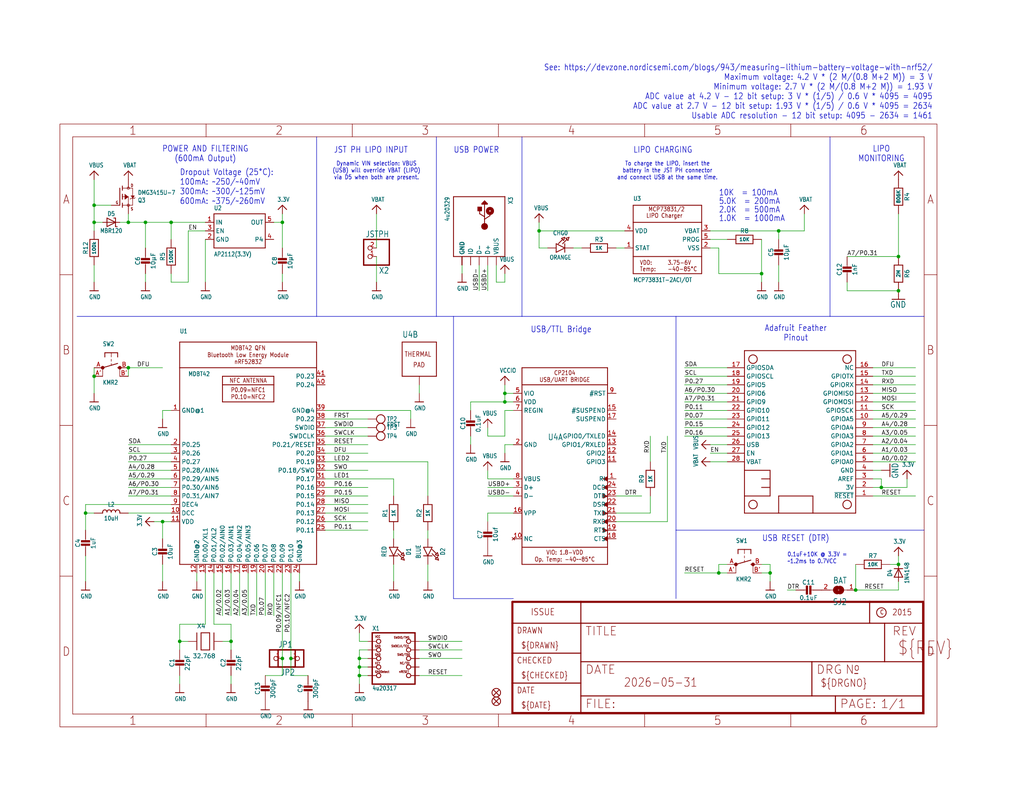
<source format=kicad_sch>
(kicad_sch (version 20231120) (generator "eeschema") (generator_version "8.0")
  (paper "User" 303.962 235.179)
  (junction (at 38.1 109.22))
  (junction (at 266.7 167.64))
  (junction (at 25.4 152.4))
  (junction (at 261.62 144.78))
  (junction (at 231.14 68.58))
  (junction (at 226.06 81.28))
  (junction (at 50.8 66.04))
  (junction (at 228.6 170.18))
  (junction (at 149.86 116.84))
  (junction (at 160.02 68.58))
  (junction (at 213.36 170.18))
  (junction (at 149.86 119.38))
  (junction (at 68.58 190.5))
  (junction (at 106.68 198.12))
  (junction (at 43.18 66.04))
  (junction (at 53.34 190.5))
  (junction (at 38.1 66.04))
  (junction (at 266.7 86.36))
  (junction (at 266.7 76.2))
  (junction (at 27.94 60.96))
  (junction (at 48.26 154.94))
  (junction (at 86.36 195.58))
  (junction (at 83.82 195.58))
  (junction (at 254 175.26))
  (junction (at 106.68 195.58))
  (junction (at 106.68 200.66))
  (junction (at 27.94 111.76))
  (junction (at 83.82 66.04))
  (junction (at 27.94 66.04))
  (wire (pts (xy 86.36 170.18) (xy 86.36 195.58)) (stroke (width 0.1524)))
  (polyline (pts (xy 200.66 93.98) (xy 246.38 93.98)) (stroke (width 0.1524) (type solid)))
  (wire (pts (xy 182.88 73.66) (xy 185.42 73.66)) (stroke (width 0.1524)))
  (wire (pts (xy 213.36 167.64) (xy 213.36 170.18)) (stroke (width 0.1524)))
  (wire (pts (xy 271.78 124.46) (xy 259.08 124.46)) (stroke (width 0.1524)))
  (wire (pts (xy 203.2 121.92) (xy 215.9 121.92)) (stroke (width 0.1524)))
  (wire (pts (xy 96.52 147.32) (xy 109.22 147.32)) (stroke (width 0.1524)))
  (wire (pts (xy 83.82 73.66) (xy 83.82 66.04)) (stroke (width 0.1524)))
  (wire (pts (xy 50.8 147.32) (xy 38.1 147.32)) (stroke (width 0.1524)))
  (wire (pts (xy 50.8 144.78) (xy 38.1 144.78)) (stroke (width 0.1524)))
  (wire (pts (xy 144.78 144.78) (xy 152.4 144.78)) (stroke (width 0.1524)))
  (wire (pts (xy 238.76 63.5) (xy 238.76 68.58)) (stroke (width 0.1524)))
  (wire (pts (xy 170.18 73.66) (xy 172.72 73.66)) (stroke (width 0.1524)))
  (wire (pts (xy 271.78 127) (xy 259.08 127)) (stroke (width 0.1524)))
  (wire (pts (xy 152.4 116.84) (xy 149.86 116.84)) (stroke (width 0.1524)))
  (wire (pts (xy 259.08 114.3) (xy 271.78 114.3)) (stroke (width 0.1524)))
  (wire (pts (xy 213.36 170.18) (xy 215.9 170.18)) (stroke (width 0.1524)))
  (wire (pts (xy 231.14 71.12) (xy 231.14 68.58)) (stroke (width 0.1524)))
  (wire (pts (xy 76.2 182.88) (xy 76.2 170.18)) (stroke (width 0.1524)))
  (wire (pts (xy 182.88 154.94) (xy 198.12 154.94)) (stroke (width 0.1524)))
  (wire (pts (xy 66.04 170.18) (xy 66.04 182.88)) (stroke (width 0.1524)))
  (wire (pts (xy 81.28 182.88) (xy 81.28 170.18)) (stroke (width 0.1524)))
  (wire (pts (xy 149.86 116.84) (xy 149.86 119.38)) (stroke (width 0.1524)))
  (wire (pts (xy 226.06 170.18) (xy 228.6 170.18)) (stroke (width 0.1524)))
  (wire (pts (xy 160.02 66.04) (xy 160.02 68.58)) (stroke (width 0.1524)))
  (wire (pts (xy 50.8 71.12) (xy 50.8 66.04)) (stroke (width 0.1524)))
  (wire (pts (xy 251.46 76.2) (xy 266.7 76.2)) (stroke (width 0.1524)))
  (wire (pts (xy 25.4 152.4) (xy 25.4 157.48)) (stroke (width 0.1524)))
  (wire (pts (xy 50.8 83.82) (xy 50.8 81.28)) (stroke (width 0.1524)))
  (wire (pts (xy 68.58 190.5) (xy 68.58 193.04)) (stroke (width 0.1524)))
  (wire (pts (xy 66.04 190.5) (xy 68.58 190.5)) (stroke (width 0.1524)))
  (wire (pts (xy 203.2 127) (xy 215.9 127)) (stroke (width 0.1524)))
  (wire (pts (xy 228.6 170.18) (xy 228.6 172.72)) (stroke (width 0.1524)))
  (wire (pts (xy 254 175.26) (xy 266.7 175.26)) (stroke (width 0.1524)))
  (wire (pts (xy 139.7 129.54) (xy 139.7 132.08)) (stroke (width 0.1524)))
  (wire (pts (xy 83.82 200.66) (xy 83.82 195.58)) (stroke (width 0.1524)))
  (wire (pts (xy 266.7 175.26) (xy 266.7 172.72)) (stroke (width 0.1524)))
  (wire (pts (xy 259.08 129.54) (xy 271.78 129.54)) (stroke (width 0.1524)))
  (wire (pts (xy 259.08 137.16) (xy 271.78 137.16)) (stroke (width 0.1524)))
  (wire (pts (xy 106.68 190.5) (xy 106.68 187.96)) (stroke (width 0.1524)))
  (wire (pts (xy 215.9 137.16) (xy 210.82 137.16)) (stroke (width 0.1524)))
  (wire (pts (xy 259.08 121.92) (xy 271.78 121.92)) (stroke (width 0.1524)))
  (wire (pts (xy 111.76 83.82) (xy 111.76 76.2)) (stroke (width 0.1524)))
  (wire (pts (xy 50.8 137.16) (xy 38.1 137.16)) (stroke (width 0.1524)))
  (wire (pts (xy 96.52 137.16) (xy 127 137.16)) (stroke (width 0.1524)))
  (wire (pts (xy 231.14 68.58) (xy 238.76 68.58)) (stroke (width 0.1524)))
  (wire (pts (xy 203.2 129.54) (xy 215.9 129.54)) (stroke (width 0.1524)))
  (wire (pts (xy 38.1 66.04) (xy 43.18 66.04)) (stroke (width 0.1524)))
  (polyline (pts (xy 154.94 93.98) (xy 200.66 93.98)) (stroke (width 0.1524) (type solid)))
  (wire (pts (xy 43.18 73.66) (xy 43.18 66.04)) (stroke (width 0.1524)))
  (wire (pts (xy 86.36 200.66) (xy 91.44 200.66)) (stroke (width 0.1524)))
  (wire (pts (xy 215.9 132.08) (xy 210.82 132.08)) (stroke (width 0.1524)))
  (wire (pts (xy 109.22 193.04) (xy 106.68 193.04)) (stroke (width 0.1524)))
  (wire (pts (xy 210.82 71.12) (xy 215.9 71.12)) (stroke (width 0.1524)))
  (wire (pts (xy 96.52 142.24) (xy 116.84 142.24)) (stroke (width 0.1524)))
  (wire (pts (xy 60.96 71.12) (xy 60.96 83.82)) (stroke (width 0.1524)))
  (wire (pts (xy 109.22 200.66) (xy 106.68 200.66)) (stroke (width 0.1524)))
  (wire (pts (xy 266.7 86.36) (xy 251.46 86.36)) (stroke (width 0.1524)))
  (wire (pts (xy 60.96 66.04) (xy 50.8 66.04)) (stroke (width 0.1524)))
  (wire (pts (xy 215.9 109.22) (xy 203.2 109.22)) (stroke (width 0.1524)))
  (wire (pts (xy 78.74 170.18) (xy 78.74 182.88)) (stroke (width 0.1524)))
  (wire (pts (xy 144.78 127) (xy 144.78 129.54)) (stroke (width 0.1524)))
  (wire (pts (xy 259.08 142.24) (xy 261.62 142.24)) (stroke (width 0.1524)))
  (polyline (pts (xy 134.62 177.8) (xy 134.62 93.98)) (stroke (width 0.1524) (type solid)))
  (wire (pts (xy 96.52 144.78) (xy 109.22 144.78)) (stroke (width 0.1524)))
  (wire (pts (xy 71.12 170.18) (xy 71.12 182.88)) (stroke (width 0.1524)))
  (wire (pts (xy 266.7 63.5) (xy 266.7 76.2)) (stroke (width 0.1524)))
  (wire (pts (xy 96.52 134.62) (xy 109.22 134.62)) (stroke (width 0.1524)))
  (wire (pts (xy 215.9 114.3) (xy 203.2 114.3)) (stroke (width 0.1524)))
  (wire (pts (xy 147.32 78.74) (xy 147.32 83.82)) (stroke (width 0.1524)))
  (wire (pts (xy 127 137.16) (xy 127 147.32)) (stroke (width 0.1524)))
  (wire (pts (xy 193.04 137.16) (xy 193.04 129.54)) (stroke (width 0.1524)))
  (wire (pts (xy 48.26 121.92) (xy 48.26 124.46)) (stroke (width 0.1524)))
  (wire (pts (xy 50.8 149.86) (xy 25.4 149.86)) (stroke (width 0.1524)))
  (wire (pts (xy 58.42 170.18) (xy 58.42 172.72)) (stroke (width 0.1524)))
  (wire (pts (xy 137.16 200.66) (xy 124.46 200.66)) (stroke (width 0.1524)))
  (wire (pts (xy 27.94 68.58) (xy 27.94 66.04)) (stroke (width 0.1524)))
  (wire (pts (xy 86.36 195.58) (xy 86.36 200.66)) (stroke (width 0.1524)))
  (wire (pts (xy 38.1 109.22) (xy 48.26 109.22)) (stroke (width 0.1524)))
  (wire (pts (xy 35.56 66.04) (xy 38.1 66.04)) (stroke (width 0.1524)))
  (wire (pts (xy 106.68 200.66) (xy 106.68 203.2)) (stroke (width 0.1524)))
  (wire (pts (xy 55.88 83.82) (xy 50.8 83.82)) (stroke (width 0.1524)))
  (wire (pts (xy 213.36 73.66) (xy 213.36 81.28)) (stroke (width 0.1524)))
  (wire (pts (xy 254 167.64) (xy 254 175.26)) (stroke (width 0.1524)))
  (wire (pts (xy 259.08 132.08) (xy 271.78 132.08)) (stroke (width 0.1524)))
  (wire (pts (xy 96.52 157.48) (xy 109.22 157.48)) (stroke (width 0.1524)))
  (wire (pts (xy 144.78 142.24) (xy 144.78 139.7)) (stroke (width 0.1524)))
  (wire (pts (xy 106.68 195.58) (xy 106.68 198.12)) (stroke (width 0.1524)))
  (wire (pts (xy 48.26 167.64) (xy 48.26 172.72)) (stroke (width 0.1524)))
  (wire (pts (xy 55.88 68.58) (xy 55.88 83.82)) (stroke (width 0.1524)))
  (wire (pts (xy 96.52 149.86) (xy 109.22 149.86)) (stroke (width 0.1524)))
  (wire (pts (xy 27.94 111.76) (xy 27.94 116.84)) (stroke (width 0.1524)))
  (polyline (pts (xy 134.62 93.98) (xy 154.94 93.98)) (stroke (width 0.1524) (type solid)))
  (wire (pts (xy 144.78 129.54) (xy 149.86 129.54)) (stroke (width 0.1524)))
  (wire (pts (xy 27.94 83.82) (xy 27.94 78.74)) (stroke (width 0.1524)))
  (wire (pts (xy 50.8 139.7) (xy 38.1 139.7)) (stroke (width 0.1524)))
  (wire (pts (xy 96.52 124.46) (xy 109.22 124.46)) (stroke (width 0.1524)))
  (wire (pts (xy 48.26 154.94) (xy 48.26 160.02)) (stroke (width 0.1524)))
  (wire (pts (xy 259.08 144.78) (xy 261.62 144.78)) (stroke (width 0.1524)))
  (wire (pts (xy 144.78 152.4) (xy 144.78 154.94)) (stroke (width 0.1524)))
  (wire (pts (xy 50.8 121.92) (xy 48.26 121.92)) (stroke (width 0.1524)))
  (wire (pts (xy 96.52 121.92) (xy 121.92 121.92)) (stroke (width 0.1524)))
  (wire (pts (xy 68.58 170.18) (xy 68.58 182.88)) (stroke (width 0.1524)))
  (wire (pts (xy 27.94 109.22) (xy 27.94 111.76)) (stroke (width 0.1524)))
  (wire (pts (xy 68.58 185.42) (xy 68.58 190.5)) (stroke (width 0.1524)))
  (wire (pts (xy 25.4 165.1) (xy 25.4 172.72)) (stroke (width 0.1524)))
  (wire (pts (xy 121.92 121.92) (xy 121.92 124.46)) (stroke (width 0.1524)))
  (wire (pts (xy 142.24 86.36) (xy 142.24 78.74)) (stroke (width 0.1524)))
  (wire (pts (xy 53.34 190.5) (xy 53.34 193.04)) (stroke (width 0.1524)))
  (wire (pts (xy 266.7 167.64) (xy 266.7 165.1)) (stroke (width 0.1524)))
  (wire (pts (xy 127 157.48) (xy 127 160.02)) (stroke (width 0.1524)))
  (wire (pts (xy 139.7 119.38) (xy 149.86 119.38)) (stroke (width 0.1524)))
  (polyline (pts (xy 93.98 93.98) (xy 129.54 93.98)) (stroke (width 0.1524) (type solid)))
  (wire (pts (xy 30.48 66.04) (xy 27.94 66.04)) (stroke (width 0.1524)))
  (wire (pts (xy 149.86 83.82) (xy 149.86 81.28)) (stroke (width 0.1524)))
  (polyline (pts (xy 200.66 157.48) (xy 274.32 157.48)) (stroke (width 0.1524) (type solid)))
  (polyline (pts (xy 200.66 177.8) (xy 200.66 157.48)) (stroke (width 0.1524) (type solid)))
  (wire (pts (xy 25.4 149.86) (xy 25.4 152.4)) (stroke (width 0.1524)))
  (wire (pts (xy 259.08 134.62) (xy 271.78 134.62)) (stroke (width 0.1524)))
  (wire (pts (xy 210.82 73.66) (xy 213.36 73.66)) (stroke (width 0.1524)))
  (polyline (pts (xy 246.38 93.98) (xy 246.38 40.64)) (stroke (width 0.1524) (type solid)))
  (wire (pts (xy 38.1 63.5) (xy 38.1 66.04)) (stroke (width 0.1524)))
  (wire (pts (xy 50.8 152.4) (xy 38.1 152.4)) (stroke (width 0.1524)))
  (wire (pts (xy 144.78 86.36) (xy 144.78 78.74)) (stroke (width 0.1524)))
  (wire (pts (xy 149.86 132.08) (xy 149.86 134.62)) (stroke (width 0.1524)))
  (wire (pts (xy 43.18 81.28) (xy 43.18 83.82)) (stroke (width 0.1524)))
  (wire (pts (xy 60.96 170.18) (xy 60.96 185.42)) (stroke (width 0.1524)))
  (wire (pts (xy 48.26 154.94) (xy 45.72 154.94)) (stroke (width 0.1524)))
  (wire (pts (xy 55.88 190.5) (xy 53.34 190.5)) (stroke (width 0.1524)))
  (wire (pts (xy 182.88 147.32) (xy 190.5 147.32)) (stroke (width 0.1524)))
  (polyline (pts (xy 93.98 93.98) (xy 93.98 40.64)) (stroke (width 0.1524) (type solid)))
  (wire (pts (xy 53.34 200.66) (xy 53.34 203.2)) (stroke (width 0.1524)))
  (wire (pts (xy 106.68 193.04) (xy 106.68 195.58)) (stroke (width 0.1524)))
  (wire (pts (xy 83.82 170.18) (xy 83.82 195.58)) (stroke (width 0.1524)))
  (wire (pts (xy 96.52 154.94) (xy 109.22 154.94)) (stroke (width 0.1524)))
  (wire (pts (xy 152.4 152.4) (xy 144.78 152.4)) (stroke (width 0.1524)))
  (wire (pts (xy 83.82 66.04) (xy 83.82 63.5)) (stroke (width 0.1524)))
  (wire (pts (xy 27.94 60.96) (xy 27.94 53.34)) (stroke (width 0.1524)))
  (wire (pts (xy 233.68 175.26) (xy 236.22 175.26)) (stroke (width 0.1524)))
  (wire (pts (xy 124.46 193.04) (xy 137.16 193.04)) (stroke (width 0.1524)))
  (wire (pts (xy 203.2 124.46) (xy 215.9 124.46)) (stroke (width 0.1524)))
  (wire (pts (xy 226.06 167.64) (xy 228.6 167.64)) (stroke (width 0.1524)))
  (wire (pts (xy 96.52 129.54) (xy 109.22 129.54)) (stroke (width 0.1524)))
  (wire (pts (xy 162.56 73.66) (xy 160.02 73.66)) (stroke (width 0.1524)))
  (wire (pts (xy 68.58 200.66) (xy 68.58 203.2)) (stroke (width 0.1524)))
  (wire (pts (xy 116.84 167.64) (xy 116.84 172.72)) (stroke (width 0.1524)))
  (wire (pts (xy 127 167.64) (xy 127 172.72)) (stroke (width 0.1524)))
  (wire (pts (xy 203.2 170.18) (xy 213.36 170.18)) (stroke (width 0.1524)))
  (wire (pts (xy 228.6 167.64) (xy 228.6 170.18)) (stroke (width 0.1524)))
  (wire (pts (xy 144.78 147.32) (xy 152.4 147.32)) (stroke (width 0.1524)))
  (wire (pts (xy 78.74 200.66) (xy 83.82 200.66)) (stroke (width 0.1524)))
  (wire (pts (xy 81.28 66.04) (xy 83.82 66.04)) (stroke (width 0.1524)))
  (wire (pts (xy 50.8 154.94) (xy 48.26 154.94)) (stroke (width 0.1524)))
  (wire (pts (xy 63.5 185.42) (xy 68.58 185.42)) (stroke (width 0.1524)))
  (wire (pts (xy 152.4 119.38) (xy 149.86 119.38)) (stroke (width 0.1524)))
  (wire (pts (xy 27.94 152.4) (xy 25.4 152.4)) (stroke (width 0.1524)))
  (wire (pts (xy 259.08 116.84) (xy 271.78 116.84)) (stroke (width 0.1524)))
  (wire (pts (xy 251.46 86.36) (xy 251.46 83.82)) (stroke (width 0.1524)))
  (wire (pts (xy 226.06 71.12) (xy 226.06 81.28)) (stroke (width 0.1524)))
  (wire (pts (xy 53.34 185.42) (xy 53.34 190.5)) (stroke (width 0.1524)))
  (polyline (pts (xy 154.94 93.98) (xy 154.94 40.64)) (stroke (width 0.1524) (type solid)))
  (polyline (pts (xy 129.54 93.98) (xy 129.54 40.64)) (stroke (width 0.1524) (type solid)))
  (polyline (pts (xy 134.62 177.8) (xy 152.4 177.8)) (stroke (width 0.1524) (type solid)))
  (wire (pts (xy 147.32 83.82) (xy 149.86 83.82)) (stroke (width 0.1524)))
  (wire (pts (xy 231.14 68.58) (xy 210.82 68.58)) (stroke (width 0.1524)))
  (wire (pts (xy 139.7 119.38) (xy 139.7 121.92)) (stroke (width 0.1524)))
  (wire (pts (xy 231.14 78.74) (xy 231.14 83.82)) (stroke (width 0.1524)))
  (wire (pts (xy 96.52 139.7) (xy 109.22 139.7)) (stroke (width 0.1524)))
  (wire (pts (xy 96.52 127) (xy 109.22 127)) (stroke (width 0.1524)))
  (wire (pts (xy 109.22 195.58) (xy 106.68 195.58)) (stroke (width 0.1524)))
  (wire (pts (xy 149.86 129.54) (xy 149.86 121.92)) (stroke (width 0.1524)))
  (wire (pts (xy 60.96 68.58) (xy 55.88 68.58)) (stroke (width 0.1524)))
  (wire (pts (xy 124.46 114.3) (xy 124.46 116.84)) (stroke (width 0.1524)))
  (wire (pts (xy 215.9 116.84) (xy 203.2 116.84)) (stroke (width 0.1524)))
  (wire (pts (xy 215.9 119.38) (xy 203.2 119.38)) (stroke (width 0.1524)))
  (wire (pts (xy 261.62 142.24) (xy 261.62 144.78)) (stroke (width 0.1524)))
  (wire (pts (xy 269.24 144.78) (xy 269.24 142.24)) (stroke (width 0.1524)))
  (wire (pts (xy 264.16 167.64) (xy 266.7 167.64)) (stroke (width 0.1524)))
  (wire (pts (xy 116.84 157.48) (xy 116.84 160.02)) (stroke (width 0.1524)))
  (wire (pts (xy 96.52 152.4) (xy 109.22 152.4)) (stroke (width 0.1524)))
  (wire (pts (xy 43.18 66.04) (xy 50.8 66.04)) (stroke (width 0.1524)))
  (wire (pts (xy 226.06 81.28) (xy 226.06 83.82)) (stroke (width 0.1524)))
  (wire (pts (xy 259.08 119.38) (xy 271.78 119.38)) (stroke (width 0.1524)))
  (wire (pts (xy 109.22 198.12) (xy 106.68 198.12)) (stroke (width 0.1524)))
  (wire (pts (xy 83.82 81.28) (xy 83.82 83.82)) (stroke (width 0.1524)))
  (wire (pts (xy 160.02 68.58) (xy 185.42 68.58)) (stroke (width 0.1524)))
  (wire (pts (xy 198.12 129.54) (xy 198.12 154.94)) (stroke (width 0.1524)))
  (wire (pts (xy 160.02 73.66) (xy 160.02 68.58)) (stroke (width 0.1524)))
  (wire (pts (xy 73.66 170.18) (xy 73.66 182.88)) (stroke (width 0.1524)))
  (polyline (pts (xy 246.38 93.98) (xy 274.32 93.98)) (stroke (width 0.1524) (type solid)))
  (polyline (pts (xy 129.54 93.98) (xy 134.62 93.98)) (stroke (width 0.1524) (type solid)))
  (wire (pts (xy 60.96 185.42) (xy 53.34 185.42)) (stroke (width 0.1524)))
  (wire (pts (xy 96.52 132.08) (xy 109.22 132.08)) (stroke (width 0.1524)))
  (wire (pts (xy 50.8 134.62) (xy 38.1 134.62)) (stroke (width 0.1524)))
  (wire (pts (xy 193.04 152.4) (xy 193.04 147.32)) (stroke (width 0.1524)))
  (wire (pts (xy 109.22 190.5) (xy 106.68 190.5)) (stroke (width 0.1524)))
  (wire (pts (xy 137.16 78.74) (xy 137.16 81.28)) (stroke (width 0.1524)))
  (polyline (pts (xy 200.66 157.48) (xy 200.66 93.98)) (stroke (width 0.1524) (type solid)))
  (wire (pts (xy 38.1 109.22) (xy 38.1 111.76)) (stroke (width 0.1524)))
  (wire (pts (xy 182.88 152.4) (xy 193.04 152.4)) (stroke (width 0.1524)))
  (wire (pts (xy 261.62 139.7) (xy 259.08 139.7)) (stroke (width 0.1524)))
  (wire (pts (xy 215.9 134.62) (xy 210.82 134.62)) (stroke (width 0.1524)))
  (wire (pts (xy 124.46 190.5) (xy 137.16 190.5)) (stroke (width 0.1524)))
  (wire (pts (xy 259.08 109.22) (xy 271.78 109.22)) (stroke (width 0.1524)))
  (wire (pts (xy 33.02 60.96) (xy 27.94 60.96)) (stroke (width 0.1524)))
  (polyline (pts (xy 22.86 93.98) (xy 93.98 93.98)) (stroke (width 0.1524) (type solid)))
  (wire (pts (xy 111.76 63.5) (xy 111.76 73.66)) (stroke (width 0.1524)))
  (wire (pts (xy 50.8 132.08) (xy 38.1 132.08)) (stroke (width 0.1524)))
  (wire (pts (xy 50.8 142.24) (xy 38.1 142.24)) (stroke (width 0.1524)))
  (wire (pts (xy 149.86 121.92) (xy 152.4 121.92)) (stroke (width 0.1524)))
  (wire (pts (xy 124.46 195.58) (xy 137.16 195.58)) (stroke (width 0.1524)))
  (wire (pts (xy 116.84 142.24) (xy 116.84 147.32)) (stroke (width 0.1524)))
  (wire (pts (xy 144.78 142.24) (xy 152.4 142.24)) (stroke (width 0.1524)))
  (wire (pts (xy 259.08 111.76) (xy 271.78 111.76)) (stroke (width 0.1524)))
  (wire (pts (xy 215.9 111.76) (xy 203.2 111.76)) (stroke (width 0.1524)))
  (wire (pts (xy 213.36 81.28) (xy 226.06 81.28)) (stroke (width 0.1524)))
  (wire (pts (xy 88.9 170.18) (xy 88.9 172.72)) (stroke (width 0.1524)))
  (wire (pts (xy 259.08 147.32) (xy 271.78 147.32)) (stroke (width 0.1524)))
  (wire (pts (xy 27.94 66.04) (xy 27.94 60.96)) (stroke (width 0.1524)))
  (wire (pts (xy 261.62 144.78) (xy 269.24 144.78)) (stroke (width 0.1524)))
  (wire (pts (xy 152.4 132.08) (xy 149.86 132.08)) (stroke (width 0.1524)))
  (wire (pts (xy 106.68 198.12) (xy 106.68 200.66)) (stroke (width 0.1524)))
  (wire (pts (xy 149.86 114.3) (xy 149.86 116.84)) (stroke (width 0.1524)))
  (wire (pts (xy 215.9 167.64) (xy 213.36 167.64)) (stroke (width 0.1524)))
  (wire (pts (xy 63.5 170.18) (xy 63.5 185.42)) (stroke (width 0.1524)))
  (text "USB/TTL Bridge" (at 157.48 99.06 0) (effects (font (size 1.778 1.5113)) (justify left bottom)))
  (text "LIPO CHARGING" (at 187.96 45.72 0) (effects (font (size 1.778 1.5113)) (justify left bottom)))
  (text "POWER AND FILTERING\n(600mA Output)" (at 60.96 48.26 0) (effects (font (size 1.778 1.5113)) (justify bottom)))
  (text "To charge the LIPO, insert the\nbattery in the JST PH connector\nand connect USB at the same time." (at 198.12 50.8 0) (effects (font (size 1.27 1.0795))))
  (text "2.0K  = 500mA" (at 213.36 63.5 0) (effects (font (size 1.778 1.5113)) (justify left bottom)))
  (text "Dynamic VIN selection: VBUS\n(USB) will override VBAT (LIPO)\nvia D5 when both are present." (at 111.76 50.8 0) (effects (font (size 1.27 1.0795))))
  (text "10K  = 100mA" (at 213.36 58.42 0) (effects (font (size 1.778 1.5113)) (justify left bottom)))
  (text "See: https://devzone.nordicsemi.com/blogs/943/measuring-lithium-battery-voltage-with-nrf52/\nMaximum voltage: 4.2 V * (2 M/(0.8 M+2 M)) = 3 V\nMinimum voltage: 2.7 V * (2 M/(0.8 M+2 M)) = 1.93 V\nADC value at 4.2 V - 12 bit setup: 3 V * (1/5) / 0.6 V * 4095 = 4095\nADC value at 2.7 V - 12 bit setup: 1.93 V * (1/5) / 0.6 V * 4095 = 2634\nUsable ADC resolution - 12 bit setup: 4095 - 2634 = 1461" (at 276.86 35.56 0) (effects (font (size 1.778 1.5113)) (justify right bottom)))
  (text "Adafruit Feather\nPinout" (at 236.22 99.06 0) (effects (font (size 1.778 1.5113))))
  (text "5.0K  = 200mA" (at 213.36 60.96 0) (effects (font (size 1.778 1.5113)) (justify left bottom)))
  (text "USB RESET (DTR)" (at 236.22 160.02 0) (effects (font (size 1.778 1.5113))))
  (text "0.1uF+10K @ 3.3V =\n~1.2ms to 0.7VCC" (at 233.68 167.64 0) (effects (font (size 1.27 1.0795)) (justify left bottom)))
  (text "1.0K  = 1000mA" (at 213.36 66.04 0) (effects (font (size 1.778 1.5113)) (justify left bottom)))
  (text "Dropout Voltage (25°C):\n100mA: ~250/~40mV\n300mA: ~300/~125mV\n600mA: ~375/~260mV" (at 53.34 60.96 0) (effects (font (size 1.778 1.5113)) (justify left bottom)))
  (text "JST PH LIPO INPUT" (at 99.06 45.72 0) (effects (font (size 1.778 1.5113)) (justify left bottom)))
  (text "LIPO\nMONITORING" (at 261.62 48.26 0) (effects (font (size 1.778 1.5113)) (justify bottom)))
  (text "USB POWER" (at 134.62 45.72 0) (effects (font (size 1.778 1.5113)) (justify left bottom)))
  (label "A4/0.28" (at 261.62 127 0) (effects (font (size 1.2446 1.2446))))
  (label "P0.27" (at 203.2 114.3 0) (effects (font (size 1.2446 1.2446))))
  (label "A7/P0.31" (at 251.46 76.2 0) (effects (font (size 1.2446 1.2446))))
  (label "P0.10/NFC2" (at 86.36 187.96 90) (effects (font (size 1.2446 1.2446))))
  (label "RESET" (at 256.54 175.26 0) (effects (font (size 1.2446 1.2446))))
  (label "A2/0.04" (at 261.62 132.08 0) (effects (font (size 1.2446 1.2446))))
  (label "P0.11" (at 203.2 121.92 0) (effects (font (size 1.2446 1.2446))))
  (label "SWO" (at 127 195.58 0) (effects (font (size 1.2446 1.2446))))
  (label "SCL" (at 203.2 111.76 0) (effects (font (size 1.2446 1.2446))))
  (label "MISO" (at 99.06 149.86 0) (effects (font (size 1.2446 1.2446))))
  (label "USBD-" (at 144.78 147.32 0) (effects (font (size 1.2446 1.2446))))
  (label "SCK" (at 99.06 154.94 0) (effects (font (size 1.2446 1.2446))))
  (label "SDA" (at 203.2 109.22 0) (effects (font (size 1.2446 1.2446))))
  (label "A0/0.02" (at 261.62 137.16 0) (effects (font (size 1.2446 1.2446))))
  (label "A4/0.28" (at 38.1 139.7 0) (effects (font (size 1.2446 1.2446))))
  (label "SCL" (at 38.1 134.62 0) (effects (font (size 1.2446 1.2446))))
  (label "P0.07" (at 78.74 182.88 90) (effects (font (size 1.2446 1.2446))))
  (label "TXD" (at 76.2 182.88 90) (effects (font (size 1.2446 1.2446))))
  (label "A5/0.29" (at 38.1 142.24 0) (effects (font (size 1.2446 1.2446))))
  (label "P0.16" (at 203.2 129.54 0) (effects (font (size 1.2446 1.2446))))
  (label "P0.15" (at 99.06 147.32 0) (effects (font (size 1.2446 1.2446))))
  (label "A3/0.05" (at 261.62 129.54 0) (effects (font (size 1.2446 1.2446))))
  (label "A3/0.05" (at 73.66 182.88 90) (effects (font (size 1.2446 1.2446))))
  (label "P0.11" (at 99.06 157.48 0) (effects (font (size 1.2446 1.2446))))
  (label "SWDIO" (at 99.06 127 0) (effects (font (size 1.2446 1.2446))))
  (label "RESET" (at 127 200.66 0) (effects (font (size 1.2446 1.2446))))
  (label "EN" (at 210.82 134.62 0) (effects (font (size 1.2446 1.2446))))
  (label "SWCLK" (at 99.06 129.54 0) (effects (font (size 1.2446 1.2446))))
  (label "A5/0.29" (at 261.62 124.46 0) (effects (font (size 1.2446 1.2446))))
  (label "P0.15" (at 203.2 127 0) (effects (font (size 1.2446 1.2446))))
  (label "DTR" (at 233.68 175.26 0) (effects (font (size 1.2446 1.2446))))
  (label "RXD" (at 81.28 182.88 90) (effects (font (size 1.2446 1.2446))))
  (label "DFU" (at 99.06 134.62 0) (effects (font (size 1.2446 1.2446))))
  (label "P0.27" (at 38.1 137.16 0) (effects (font (size 1.2446 1.2446))))
  (label "A0/0.02" (at 66.04 182.88 90) (effects (font (size 1.2446 1.2446))))
  (label "LED1" (at 99.06 142.24 0) (effects (font (size 1.2446 1.2446))))
  (label "USBD+" (at 144.78 144.78 0) (effects (font (size 1.2446 1.2446))))
  (label "MOSI" (at 261.62 119.38 0) (effects (font (size 1.2446 1.2446))))
  (label "P0.07" (at 203.2 124.46 0) (effects (font (size 1.2446 1.2446))))
  (label "RESET" (at 203.2 170.18 0) (effects (font (size 1.2446 1.2446))))
  (label "P0.09/NFC1" (at 83.82 187.96 90) (effects (font (size 1.2446 1.2446))))
  (label "SWO" (at 99.06 139.7 0) (effects (font (size 1.2446 1.2446))))
  (label "P0.16" (at 99.06 144.78 0) (effects (font (size 1.2446 1.2446))))
  (label "RESET" (at 261.62 147.32 0) (effects (font (size 1.2446 1.2446))))
  (label "TXD" (at 198.12 134.62 90) (effects (font (size 1.2446 1.2446))))
  (label "A1/0.03" (at 261.62 134.62 0) (effects (font (size 1.2446 1.2446))))
  (label "SDA" (at 38.1 132.08 0) (effects (font (size 1.2446 1.2446))))
  (label "USBD+" (at 144.78 86.36 90) (effects (font (size 1.2446 1.2446))))
  (label "USBD-" (at 142.24 86.36 90) (effects (font (size 1.2446 1.2446))))
  (label "A6/P0.30" (at 203.2 116.84 0) (effects (font (size 1.2446 1.2446))))
  (label "SWDIO" (at 127 190.5 0) (effects (font (size 1.2446 1.2446))))
  (label "MOSI" (at 99.06 152.4 0) (effects (font (size 1.2446 1.2446))))
  (label "A7/P0.31" (at 203.2 119.38 0) (effects (font (size 1.2446 1.2446))))
  (label "DFU" (at 261.62 109.22 0) (effects (font (size 1.2446 1.2446))))
  (label "SWCLK" (at 127 193.04 0) (effects (font (size 1.2446 1.2446))))
  (label "DFU" (at 40.64 109.22 0) (effects (font (size 1.2446 1.2446))))
  (label "EN" (at 55.88 68.58 0) (effects (font (size 1.2446 1.2446))))
  (label "RXD" (at 193.04 134.62 90) (effects (font (size 1.2446 1.2446))))
  (label "A7/P0.31" (at 38.1 147.32 0) (effects (font (size 1.2446 1.2446))))
  (label "TXD" (at 261.62 111.76 0) (effects (font (size 1.2446 1.2446))))
  (label "LED2" (at 99.06 137.16 0) (effects (font (size 1.2446 1.2446))))
  (label "A2/0.04" (at 71.12 182.88 90) (effects (font (size 1.2446 1.2446))))
  (label "A6/P0.30" (at 38.1 144.78 0) (effects (font (size 1.2446 1.2446))))
  (label "DTR" (at 185.42 147.32 0) (effects (font (size 1.2446 1.2446))))
  (label "RESET" (at 99.06 132.08 0) (effects (font (size 1.2446 1.2446))))
  (label "A1/0.03" (at 68.58 182.88 90) (effects (font (size 1.2446 1.2446))))
  (label "FRST" (at 99.06 124.46 0) (effects (font (size 1.2446 1.2446))))
  (label "SCK" (at 261.62 121.92 0) (effects (font (size 1.2446 1.2446))))
  (label "MISO" (at 261.62 116.84 0) (effects (font (size 1.2446 1.2446))))
  (label "RXD" (at 261.62 114.3 0) (effects (font (size 1.2446 1.2446))))
  (symbol (lib_id "Adafruit nRF52 Bluefruit Feather rev G-eagle-import:RESISTOR_0603_NOOUT") (at 177.8 73.66 0) (unit 1)
    (property "Reference" "R3" (at 177.8 71.12 0))
    (property "Value" "1K" (at 177.8 73.66 0) (effects (font (size 1.016 1.016) (thickness 0.2032) (bold yes))))
    (property "Footprint" "Adafruit nRF52 Bluefruit Feather rev G:0603-NO" (effects (hide yes)))
  )
  (symbol (lib_id "Adafruit nRF52 Bluefruit Feather rev G-eagle-import:CAP_CERAMIC0603_NO") (at 238.76 175.26 270) (unit 1)
    (property "Reference" "C11" (at 240.01 172.97 90))
    (property "Value" "0.1uF" (at 240.01 177.56 90))
    (property "Footprint" "Adafruit nRF52 Bluefruit Feather rev G:0603-NO" (effects (hide yes)))
  )
  (symbol (lib_id "Adafruit nRF52 Bluefruit Feather rev G-eagle-import:FRAME_A4") (at 152.4 213.36 0) (unit 2)
    (property "Reference" "#FRAME1" (effects (hide yes)))
    (property "Value" "FRAME_A4" (effects (hide yes)))
  )
  (symbol (lib_id "Adafruit nRF52 Bluefruit Feather rev G-eagle-import:RESISTOR_0603_NOOUT") (at 116.84 152.4 90) (unit 1)
    (property "Reference" "R1" (at 114.3 152.4 0))
    (property "Value" "1K" (at 116.84 152.4 0) (effects (font (size 1.016 1.016) (thickness 0.2032) (bold yes))))
    (property "Footprint" "Adafruit nRF52 Bluefruit Feather rev G:0603-NO" (effects (hide yes)))
  )
  (symbol (lib_id "Adafruit nRF52 Bluefruit Feather rev G-eagle-import:LED0805_NOOUTLINE") (at 116.84 165.1 270) (unit 1)
    (property "Reference" "D1" (at 121.285 163.83 0) (effects (font (size 1.27 1.0795))))
    (property "Value" "RED" (at 114.046 163.83 0) (effects (font (size 1.27 1.0795))))
    (property "Footprint" "Adafruit nRF52 Bluefruit Feather rev G:CHIPLED_0805_NOOUTLINE" (effects (hide yes)))
  )
  (symbol (lib_id "Adafruit nRF52 Bluefruit Feather rev G-eagle-import:TESTPOINTROUND2MM") (at 109.22 127 270) (unit 1)
    (property "Reference" "TP3" (at 114.808 127 90) (effects (font (size 1.27 1.0795)) (justify left)))
    (property "Value" "TESTPOINTROUND2MM" (effects (hide yes)))
    (property "Footprint" "Adafruit nRF52 Bluefruit Feather rev G:TESTPOINT_ROUND_2MM" (effects (hide yes)))
  )
  (symbol (lib_id "Adafruit nRF52 Bluefruit Feather rev G-eagle-import:MCP73831/2") (at 198.12 71.12 0) (unit 1)
    (property "Reference" "U3" (at 187.96 59.69 0) (effects (font (size 1.27 1.0795)) (justify left bottom)))
    (property "Value" "MCP73831T-2ACI/OT" (at 187.96 83.82 0) (effects (font (size 1.27 1.0795)) (justify left bottom)))
    (property "Footprint" "Adafruit nRF52 Bluefruit Feather rev G:SOT23-5" (effects (hide yes)))
  )
  (symbol (lib_id "Adafruit nRF52 Bluefruit Feather rev G-eagle-import:RESISTOR_0603_NOOUT") (at 127 152.4 90) (unit 1)
    (property "Reference" "R2" (at 124.46 152.4 0))
    (property "Value" "1K" (at 127 152.4 0) (effects (font (size 1.016 1.016) (thickness 0.2032) (bold yes))))
    (property "Footprint" "Adafruit nRF52 Bluefruit Feather rev G:0603-NO" (effects (hide yes)))
  )
  (symbol (lib_id "Adafruit nRF52 Bluefruit Feather rev G-eagle-import:SWITCH_TACT_SMT4.6X2.8") (at 220.98 167.64 0) (unit 1)
    (property "Reference" "SW1" (at 218.44 161.29 0) (effects (font (size 1.27 1.0795)) (justify left bottom)))
    (property "Value" "KMR2" (at 218.44 172.72 0) (effects (font (size 1.27 1.0795)) (justify left bottom)))
    (property "Footprint" "Adafruit nRF52 Bluefruit Feather rev G:BTN_KMR2_4.6X2.8" (effects (hide yes)))
  )
  (symbol (lib_id "Adafruit nRF52 Bluefruit Feather rev G-eagle-import:CAP_CERAMIC0603_NO") (at 139.7 127 0) (unit 1)
    (property "Reference" "C10" (at 137.41 125.75 90))
    (property "Value" "0.1uF" (at 142 125.75 90))
    (property "Footprint" "Adafruit nRF52 Bluefruit Feather rev G:0603-NO" (effects (hide yes)))
  )
  (symbol (lib_id "Adafruit nRF52 Bluefruit Feather rev G-eagle-import:HEADER-1X12MM") (at 81.28 195.58 180) (unit 1)
    (property "Reference" "JP2" (at 87.63 198.755 0) (effects (font (size 1.778 1.5113)) (justify left bottom)))
    (property "Value" "HEADER-1X12MM" (effects (hide yes)))
    (property "Footprint" "Adafruit nRF52 Bluefruit Feather rev G:1X01_2MM" (effects (hide yes)))
  )
  (symbol (lib_id "Adafruit nRF52 Bluefruit Feather rev G-eagle-import:SWITCH_TACT_SMT4.6X2.8") (at 33.02 109.22 0) (unit 1)
    (property "Reference" "SW2" (at 30.48 102.87 0) (effects (font (size 1.27 1.0795)) (justify left bottom)))
    (property "Value" "KMR2" (at 30.48 114.3 0) (effects (font (size 1.27 1.0795)) (justify left bottom)))
    (property "Footprint" "Adafruit nRF52 Bluefruit Feather rev G:BTN_KMR2_4.6X2.8" (effects (hide yes)))
  )
  (symbol (lib_id "Adafruit nRF52 Bluefruit Feather rev G-eagle-import:supply1_GND") (at 264.16 139.7 90) (unit 1)
    (property "Reference" "#GND1" (effects (hide yes)))
    (property "Value" "GND" (at 266.7 142.24 0) (effects (font (size 1.778 1.5113)) (justify left bottom)))
  )
  (symbol (lib_id "Adafruit nRF52 Bluefruit Feather rev G-eagle-import:GND") (at 58.42 175.26 0) (unit 1)
    (property "Reference" "#U$3" (effects (hide yes)))
    (property "Value" "GND" (at 56.896 177.8 0) (effects (font (size 1.27 1.0795)) (justify left bottom)))
  )
  (symbol (lib_id "Adafruit nRF52 Bluefruit Feather rev G-eagle-import:CON_JST_PH_2PIN") (at 109.22 73.66 180) (unit 1)
    (property "Reference" "X2" (at 115.57 79.375 0) (effects (font (size 1.778 1.5113)) (justify left bottom)))
    (property "Value" "JSTPH" (at 115.57 68.58 0) (effects (font (size 1.778 1.5113)) (justify left bottom)))
    (property "Footprint" "Adafruit nRF52 Bluefruit Feather rev G:JSTPH2" (effects (hide yes)))
  )
  (symbol (lib_id "Adafruit nRF52 Bluefruit Feather rev G-eagle-import:RESISTOR_0603_NOOUT") (at 259.08 167.64 0) (unit 1)
    (property "Reference" "R7" (at 259.08 165.1 0))
    (property "Value" "10K" (at 259.08 167.64 0) (effects (font (size 1.016 1.016) (thickness 0.2032) (bold yes))))
    (property "Footprint" "Adafruit nRF52 Bluefruit Feather rev G:0603-NO" (effects (hide yes)))
  )
  (symbol (lib_id "Adafruit nRF52 Bluefruit Feather rev G-eagle-import:CP2104") (at 124.46 106.68 0) (unit 2)
    (property "Reference" "U4" (at 119.38 100.33 0) (effects (font (size 1.778 1.5113)) (justify left bottom)))
    (property "Value" "CP2104" (effects (hide yes)))
    (property "Footprint" "Adafruit nRF52 Bluefruit Feather rev G:QFN24_4MM_SMSC" (effects (hide yes)))
  )
  (symbol (lib_id "Adafruit nRF52 Bluefruit Feather rev G-eagle-import:CAP_CERAMIC0603_NO") (at 53.34 198.12 0) (unit 1)
    (property "Reference" "C1" (at 51.05 196.87 90))
    (property "Value" "22pF" (at 55.64 196.87 90))
    (property "Footprint" "Adafruit nRF52 Bluefruit Feather rev G:0603-NO" (effects (hide yes)))
  )
  (symbol (lib_id "Adafruit nRF52 Bluefruit Feather rev G-eagle-import:GND") (at 116.84 175.26 0) (unit 1)
    (property "Reference" "#U$7" (effects (hide yes)))
    (property "Value" "GND" (at 115.316 177.8 0) (effects (font (size 1.27 1.0795)) (justify left bottom)))
  )
  (symbol (lib_id "Adafruit nRF52 Bluefruit Feather rev G-eagle-import:VBUS") (at 144.78 137.16 0) (unit 1)
    (property "Reference" "#U$31" (effects (hide yes)))
    (property "Value" "VBUS" (at 143.256 136.144 0) (effects (font (size 1.27 1.0795)) (justify left bottom)))
  )
  (symbol (lib_id "Adafruit nRF52 Bluefruit Feather rev G-eagle-import:GND") (at 60.96 86.36 0) (unit 1)
    (property "Reference" "#U$30" (effects (hide yes)))
    (property "Value" "GND" (at 59.436 88.9 0) (effects (font (size 1.27 1.0795)) (justify left bottom)))
  )
  (symbol (lib_id "Adafruit nRF52 Bluefruit Feather rev G-eagle-import:VBUS") (at 149.86 78.74 0) (unit 1)
    (property "Reference" "#U$18" (effects (hide yes)))
    (property "Value" "VBUS" (at 148.336 77.724 0) (effects (font (size 1.27 1.0795)) (justify left bottom)))
  )
  (symbol (lib_id "Adafruit nRF52 Bluefruit Feather rev G-eagle-import:GND") (at 68.58 205.74 0) (unit 1)
    (property "Reference" "#U$2" (effects (hide yes)))
    (property "Value" "GND" (at 67.056 208.28 0) (effects (font (size 1.27 1.0795)) (justify left bottom)))
  )
  (symbol (lib_id "Adafruit nRF52 Bluefruit Feather rev G-eagle-import:VBAT") (at 238.76 60.96 0) (unit 1)
    (property "Reference" "#U$39" (effects (hide yes)))
    (property "Value" "VBAT" (at 237.236 59.944 0) (effects (font (size 1.27 1.0795)) (justify left bottom)))
  )
  (symbol (lib_id "Adafruit nRF52 Bluefruit Feather rev G-eagle-import:USB_MICRO_20329_V2") (at 142.24 68.58 270) (unit 1)
    (property "Reference" "X3" (at 150.876 58.42 0) (effects (font (size 1.27 1.0795)) (justify left bottom)))
    (property "Value" "4u20329" (at 132.08 58.42 0) (effects (font (size 1.27 1.0795)) (justify left bottom)))
    (property "Footprint" "Adafruit nRF52 Bluefruit Feather rev G:4UCONN_20329_V2" (effects (hide yes)))
  )
  (symbol (lib_id "Adafruit nRF52 Bluefruit Feather rev G-eagle-import:VBUS") (at 208.28 132.08 90) (unit 1)
    (property "Reference" "#U$35" (effects (hide yes)))
    (property "Value" "VBUS" (at 207.264 133.604 0) (effects (font (size 1.27 1.0795)) (justify left bottom)))
  )
  (symbol (lib_id "Adafruit nRF52 Bluefruit Feather rev G-eagle-import:VREG_SOT23-5") (at 71.12 68.58 0) (unit 1)
    (property "Reference" "U2" (at 63.5 62.484 0) (effects (font (size 1.27 1.0795)) (justify left bottom)))
    (property "Value" "AP2112(3.3V)" (at 63.5 76.2 0) (effects (font (size 1.27 1.0795)) (justify left bottom)))
    (property "Footprint" "Adafruit nRF52 Bluefruit Feather rev G:SOT23-5" (effects (hide yes)))
  )
  (symbol (lib_id "Adafruit nRF52 Bluefruit Feather rev G-eagle-import:GND") (at 48.26 175.26 0) (unit 1)
    (property "Reference" "#U$4" (effects (hide yes)))
    (property "Value" "GND" (at 46.736 177.8 0) (effects (font (size 1.27 1.0795)) (justify left bottom)))
  )
  (symbol (lib_id "Adafruit nRF52 Bluefruit Feather rev G-eagle-import:GND") (at 124.46 119.38 0) (unit 1)
    (property "Reference" "#U$25" (effects (hide yes)))
    (property "Value" "GND" (at 122.936 121.92 0) (effects (font (size 1.27 1.0795)) (justify left bottom)))
  )
  (symbol (lib_id "Adafruit nRF52 Bluefruit Feather rev G-eagle-import:CAP_CERAMIC0805-NOOUTLINE") (at 43.18 78.74 0) (unit 1)
    (property "Reference" "C6" (at 40.89 77.49 90))
    (property "Value" "10µF" (at 45.48 77.49 90))
    (property "Footprint" "Adafruit nRF52 Bluefruit Feather rev G:0805-NO" (effects (hide yes)))
  )
  (symbol (lib_id "Adafruit nRF52 Bluefruit Feather rev G-eagle-import:VCCIO") (at 149.86 111.76 0) (unit 1)
    (property "Reference" "#U$26" (effects (hide yes)))
    (property "Value" "VCCIO" (at 148.336 110.744 0) (effects (font (size 1.27 1.0795)) (justify left bottom)))
  )
  (symbol (lib_id "Adafruit nRF52 Bluefruit Feather rev G-eagle-import:GND") (at 144.78 165.1 0) (unit 1)
    (property "Reference" "#U$15" (effects (hide yes)))
    (property "Value" "GND" (at 143.256 167.64 0) (effects (font (size 1.27 1.0795)) (justify left bottom)))
  )
  (symbol (lib_id "Adafruit nRF52 Bluefruit Feather rev G-eagle-import:GND") (at 48.26 127 0) (unit 1)
    (property "Reference" "#U$5" (effects (hide yes)))
    (property "Value" "GND" (at 46.736 129.54 0) (effects (font (size 1.27 1.0795)) (justify left bottom)))
  )
  (symbol (lib_id "Adafruit nRF52 Bluefruit Feather rev G-eagle-import:FIDUCIAL_1MM") (at 147.32 208.28 0) (unit 1)
    (property "Reference" "FID3" (effects (hide yes)))
    (property "Value" "FIDUCIAL_1MM" (effects (hide yes)))
    (property "Footprint" "Adafruit nRF52 Bluefruit Feather rev G:FIDUCIAL_1MM" (effects (hide yes)))
  )
  (symbol (lib_id "Adafruit nRF52 Bluefruit Feather rev G-eagle-import:3.3V") (at 269.24 139.7 0) (unit 1)
    (property "Reference" "#U$32" (effects (hide yes)))
    (property "Value" "3.3V" (at 267.716 138.684 0) (effects (font (size 1.27 1.0795)) (justify left bottom)))
  )
  (symbol (lib_id "Adafruit nRF52 Bluefruit Feather rev G-eagle-import:GND") (at 121.92 127 0) (unit 1)
    (property "Reference" "#U$10" (effects (hide yes)))
    (property "Value" "GND" (at 120.396 129.54 0) (effects (font (size 1.27 1.0795)) (justify left bottom)))
  )
  (symbol (lib_id "Adafruit nRF52 Bluefruit Feather rev G-eagle-import:VBAT") (at 38.1 50.8 0) (unit 1)
    (property "Reference" "#U$43" (effects (hide yes)))
    (property "Value" "VBAT" (at 36.576 49.784 0) (effects (font (size 1.27 1.0795)) (justify left bottom)))
  )
  (symbol (lib_id "Adafruit nRF52 Bluefruit Feather rev G-eagle-import:GND") (at 149.86 137.16 0) (unit 1)
    (property "Reference" "#U$20" (effects (hide yes)))
    (property "Value" "GND" (at 148.336 139.7 0) (effects (font (size 1.27 1.0795)) (justify left bottom)))
  )
  (symbol (lib_id "Adafruit nRF52 Bluefruit Feather rev G-eagle-import:VBAT") (at 111.76 60.96 0) (unit 1)
    (property "Reference" "#U$16" (effects (hide yes)))
    (property "Value" "VBAT" (at 110.236 59.944 0) (effects (font (size 1.27 1.0795)) (justify left bottom)))
  )
  (symbol (lib_id "Adafruit nRF52 Bluefruit Feather rev G-eagle-import:TESTPOINTROUND2MM") (at 109.22 129.54 270) (unit 1)
    (property "Reference" "TP4" (at 114.808 129.54 90) (effects (font (size 1.27 1.0795)) (justify left)))
    (property "Value" "TESTPOINTROUND2MM" (effects (hide yes)))
    (property "Footprint" "Adafruit nRF52 Bluefruit Feather rev G:TESTPOINT_ROUND_2MM" (effects (hide yes)))
  )
  (symbol (lib_id "Adafruit nRF52 Bluefruit Feather rev G-eagle-import:GND") (at 226.06 86.36 0) (unit 1)
    (property "Reference" "#U$36" (effects (hide yes)))
    (property "Value" "GND" (at 224.536 88.9 0) (effects (font (size 1.27 1.0795)) (justify left bottom)))
  )
  (symbol (lib_id "Adafruit nRF52 Bluefruit Feather rev G-eagle-import:JTAG-CORTEXBOXPOSTS") (at 116.84 195.58 0) (unit 1)
    (property "Reference" "X1" (at 110.49 187.325 0) (effects (font (size 1.27 1.0795)) (justify left bottom)))
    (property "Value" "4u20317" (at 110.49 205.105 0) (effects (font (size 1.27 1.0795)) (justify left bottom)))
    (property "Footprint" "Adafruit nRF52 Bluefruit Feather rev G:2X05_1.27MM_BOX_POSTS" (effects (hide yes)))
  )
  (symbol (lib_id "Adafruit nRF52 Bluefruit Feather rev G-eagle-import:GND") (at 228.6 175.26 0) (unit 1)
    (property "Reference" "#U$41" (effects (hide yes)))
    (property "Value" "GND" (at 227.076 177.8 0) (effects (font (size 1.27 1.0795)) (justify left bottom)))
  )
  (symbol (lib_id "Adafruit nRF52 Bluefruit Feather rev G-eagle-import:CAP_CERAMIC0805-NOOUTLINE") (at 231.14 76.2 0) (unit 1)
    (property "Reference" "C5" (at 228.85 74.95 90))
    (property "Value" "10µF" (at 233.44 74.95 90))
    (property "Footprint" "Adafruit nRF52 Bluefruit Feather rev G:0805-NO" (effects (hide yes)))
  )
  (symbol (lib_id "Adafruit nRF52 Bluefruit Feather rev G-eagle-import:GND") (at 43.18 86.36 0) (unit 1)
    (property "Reference" "#U$27" (effects (hide yes)))
    (property "Value" "GND" (at 41.656 88.9 0) (effects (font (size 1.27 1.0795)) (justify left bottom)))
  )
  (symbol (lib_id "Adafruit nRF52 Bluefruit Feather rev G-eagle-import:VBAT") (at 266.7 50.8 0) (unit 1)
    (property "Reference" "#U$14" (effects (hide yes)))
    (property "Value" "VBAT" (at 265.176 49.784 0) (effects (font (size 1.27 1.0795)) (justify left bottom)))
  )
  (symbol (lib_id "Adafruit nRF52 Bluefruit Feather rev G-eagle-import:FIDUCIAL_1MM") (at 147.32 205.74 0) (unit 1)
    (property "Reference" "FID1" (effects (hide yes)))
    (property "Value" "FIDUCIAL_1MM" (effects (hide yes)))
    (property "Footprint" "Adafruit nRF52 Bluefruit Feather rev G:FIDUCIAL_1MM" (effects (hide yes)))
  )
  (symbol (lib_id "Adafruit nRF52 Bluefruit Feather rev G-eagle-import:GND") (at 231.14 86.36 0) (unit 1)
    (property "Reference" "#U$33" (effects (hide yes)))
    (property "Value" "GND" (at 229.616 88.9 0) (effects (font (size 1.27 1.0795)) (justify left bottom)))
  )
  (symbol (lib_id "Adafruit nRF52 Bluefruit Feather rev G-eagle-import:GND") (at 139.7 134.62 0) (unit 1)
    (property "Reference" "#U$24" (effects (hide yes)))
    (property "Value" "GND" (at 138.176 137.16 0) (effects (font (size 1.27 1.0795)) (justify left bottom)))
  )
  (symbol (lib_id "Adafruit nRF52 Bluefruit Feather rev G-eagle-import:GND") (at 53.34 205.74 0) (unit 1)
    (property "Reference" "#U$1" (effects (hide yes)))
    (property "Value" "GND" (at 51.816 208.28 0) (effects (font (size 1.27 1.0795)) (justify left bottom)))
  )
  (symbol (lib_id "Adafruit nRF52 Bluefruit Feather rev G-eagle-import:INDUCTOR0805-NO") (at 33.02 152.4 0) (unit 1)
    (property "Reference" "L2" (at 33.02 149.86 0) (effects (font (size 1.27 1.0795))))
    (property "Value" "10uH" (at 33.02 153.94 0) (effects (font (size 1.27 1.0795))))
    (property "Footprint" "Adafruit nRF52 Bluefruit Feather rev G:0805-NO" (effects (hide yes)))
  )
  (symbol (lib_id "Adafruit nRF52 Bluefruit Feather rev G-eagle-import:CAP_CERAMIC0805-NOOUTLINE") (at 144.78 160.02 0) (unit 1)
    (property "Reference" "C7" (at 142.49 158.77 90))
    (property "Value" "10uf" (at 147.08 158.77 90))
    (property "Footprint" "Adafruit nRF52 Bluefruit Feather rev G:0805-NO" (effects (hide yes)))
  )
  (symbol (lib_id "Adafruit nRF52 Bluefruit Feather rev G-eagle-import:GND") (at 127 175.26 0) (unit 1)
    (property "Reference" "#U$8" (effects (hide yes)))
    (property "Value" "GND" (at 125.476 177.8 0) (effects (font (size 1.27 1.0795)) (justify left bottom)))
  )
  (symbol (lib_id "Adafruit nRF52 Bluefruit Feather rev G-eagle-import:3.3V") (at 106.68 185.42 0) (unit 1)
    (property "Reference" "#U$13" (effects (hide yes)))
    (property "Value" "3.3V" (at 105.156 184.404 0) (effects (font (size 1.27 1.0795)) (justify left bottom)))
  )
  (symbol (lib_id "Adafruit nRF52 Bluefruit Feather rev G-eagle-import:GND") (at 25.4 175.26 0) (unit 1)
    (property "Reference" "#U$11" (effects (hide yes)))
    (property "Value" "GND" (at 23.876 177.8 0) (effects (font (size 1.27 1.0795)) (justify left bottom)))
  )
  (symbol (lib_id "Adafruit nRF52 Bluefruit Feather rev G-eagle-import:GND") (at 83.82 86.36 0) (unit 1)
    (property "Reference" "#U$29" (effects (hide yes)))
    (property "Value" "GND" (at 82.296 88.9 0) (effects (font (size 1.27 1.0795)) (justify left bottom)))
  )
  (symbol (lib_id "Adafruit nRF52 Bluefruit Feather rev G-eagle-import:CAP_CERAMIC_0603MP") (at 91.44 205.74 0) (unit 1)
    (property "Reference" "C9" (at 89.15 204.49 90))
    (property "Value" "300pF" (at 93.74 204.49 90))
    (property "Footprint" "Adafruit nRF52 Bluefruit Feather rev G:_0603MP" (effects (hide yes)))
  )
  (symbol (lib_id "Adafruit nRF52 Bluefruit Feather rev G-eagle-import:GND") (at 88.9 175.26 0) (unit 1)
    (property "Reference" "#U$6" (effects (hide yes)))
    (property "Value" "GND" (at 87.376 177.8 0) (effects (font (size 1.27 1.0795)) (justify left bottom)))
  )
  (symbol (lib_id "Adafruit nRF52 Bluefruit Feather rev G-eagle-import:VBAT") (at 208.28 137.16 90) (unit 1)
    (property "Reference" "#U$34" (effects (hide yes)))
    (property "Value" "VBAT" (at 207.264 138.684 0) (effects (font (size 1.27 1.0795)) (justify left bottom)))
  )
  (symbol (lib_id "Adafruit nRF52 Bluefruit Feather rev G-eagle-import:RESISTOR_0603_NOOUT") (at 266.7 81.28 270) (unit 1)
    (property "Reference" "R6" (at 269.24 81.28 0))
    (property "Value" "2M" (at 266.7 81.28 0) (effects (font (size 1.016 1.016) (thickness 0.2032) (bold yes))))
    (property "Footprint" "Adafruit nRF52 Bluefruit Feather rev G:0603-NO" (effects (hide yes)))
  )
  (symbol (lib_id "Adafruit nRF52 Bluefruit Feather rev G-eagle-import:CAP_CERAMIC0603_NO") (at 25.4 162.56 0) (unit 1)
    (property "Reference" "C4" (at 23.11 161.31 90))
    (property "Value" "1uF" (at 27.7 161.31 90))
    (property "Footprint" "Adafruit nRF52 Bluefruit Feather rev G:0603-NO" (effects (hide yes)))
  )
  (symbol (lib_id "Adafruit nRF52 Bluefruit Feather rev G-eagle-import:CAP_CERAMIC0805-NOOUTLINE") (at 48.26 165.1 0) (unit 1)
    (property "Reference" "C3" (at 45.97 163.85 90))
    (property "Value" "10uF" (at 50.56 163.85 90))
    (property "Footprint" "Adafruit nRF52 Bluefruit Feather rev G:0805-NO" (effects (hide yes)))
  )
  (symbol (lib_id "Adafruit nRF52 Bluefruit Feather rev G-eagle-import:VBUS") (at 160.02 63.5 0) (unit 1)
    (property "Reference" "#U$38" (effects (hide yes)))
    (property "Value" "VBUS" (at 158.496 62.484 0) (effects (font (size 1.27 1.0795)) (justify left bottom)))
  )
  (symbol (lib_id "Adafruit nRF52 Bluefruit Feather rev G-eagle-import:DIODE-SCHOTTKYSOD-123") (at 33.02 66.04 0) (unit 1)
    (property "Reference" "D5" (at 33.02 63.5 0) (effects (font (size 1.27 1.0795))))
    (property "Value" "MBR120" (at 33.02 68.54 0) (effects (font (size 1.27 1.0795))))
    (property "Footprint" "Adafruit nRF52 Bluefruit Feather rev G:SOD-123" (effects (hide yes)))
  )
  (symbol (lib_id "Adafruit nRF52 Bluefruit Feather rev G-eagle-import:GND") (at 78.74 210.82 0) (unit 1)
    (property "Reference" "#U$23" (effects (hide yes)))
    (property "Value" "GND" (at 77.216 213.36 0) (effects (font (size 1.27 1.0795)) (justify left bottom)))
  )
  (symbol (lib_id "Adafruit nRF52 Bluefruit Feather rev G-eagle-import:FRAME_A4") (at 17.78 215.9 0) (unit 1)
    (property "Reference" "#FRAME1" (effects (hide yes)))
    (property "Value" "FRAME_A4" (effects (hide yes)))
  )
  (symbol (lib_id "Adafruit nRF52 Bluefruit Feather rev G-eagle-import:VBUS") (at 27.94 50.8 0) (unit 1)
    (property "Reference" "#U$42" (effects (hide yes)))
    (property "Value" "VBUS" (at 26.416 49.784 0) (effects (font (size 1.27 1.0795)) (justify left bottom)))
  )
  (symbol (lib_id "Adafruit nRF52 Bluefruit Feather rev G-eagle-import:GND") (at 27.94 86.36 0) (unit 1)
    (property "Reference" "#U$44" (effects (hide yes)))
    (property "Value" "GND" (at 26.416 88.9 0) (effects (font (size 1.27 1.0795)) (justify left bottom)))
  )
  (symbol (lib_id "Adafruit nRF52 Bluefruit Feather rev G-eagle-import:GND") (at 111.76 86.36 0) (unit 1)
    (property "Reference" "#U$22" (effects (hide yes)))
    (property "Value" "GND" (at 110.236 88.9 0) (effects (font (size 1.27 1.0795)) (justify left bottom)))
  )
  (symbol (lib_id "Adafruit nRF52 Bluefruit Feather rev G-eagle-import:LED0805_NOOUTLINE") (at 167.64 73.66 0) (unit 1)
    (property "Reference" "CHG0" (at 166.37 69.215 0) (effects (font (size 1.27 1.0795))))
    (property "Value" "ORANGE" (at 166.37 76.454 0) (effects (font (size 1.27 1.0795))))
    (property "Footprint" "Adafruit nRF52 Bluefruit Feather rev G:CHIPLED_0805_NOOUTLINE" (effects (hide yes)))
  )
  (symbol (lib_id "Adafruit nRF52 Bluefruit Feather rev G-eagle-import:RESISTOR_0603_NOOUT") (at 193.04 142.24 90) (unit 1)
    (property "Reference" "R9" (at 190.5 142.24 0))
    (property "Value" "1K" (at 193.04 142.24 0) (effects (font (size 1.016 1.016) (thickness 0.2032) (bold yes))))
    (property "Footprint" "Adafruit nRF52 Bluefruit Feather rev G:0603-NO" (effects (hide yes)))
  )
  (symbol (lib_id "Adafruit nRF52 Bluefruit Feather rev G-eagle-import:MOSFET-P") (at 38.1 58.42 0) (mirror x) (unit 1)
    (property "Reference" "Q3" (at 40.894 58.801 0) (effects (font (size 1.27 1.0795)) (justify left bottom)))
    (property "Value" "DMG3415U-7" (at 40.894 56.515 0) (effects (font (size 1.27 1.0795)) (justify left bottom)))
    (property "Footprint" "Adafruit nRF52 Bluefruit Feather rev G:SOT23-R" (effects (hide yes)))
  )
  (symbol (lib_id "Adafruit nRF52 Bluefruit Feather rev G-eagle-import:GND") (at 106.68 205.74 0) (unit 1)
    (property "Reference" "#U$9" (effects (hide yes)))
    (property "Value" "GND" (at 105.156 208.28 0) (effects (font (size 1.27 1.0795)) (justify left bottom)))
  )
  (symbol (lib_id "Adafruit nRF52 Bluefruit Feather rev G-eagle-import:CAP_CERAMIC_0603MP") (at 78.74 205.74 0) (unit 1)
    (property "Reference" "C13" (at 76.45 204.49 90))
    (property "Value" "300pF" (at 81.04 204.49 90))
    (property "Footprint" "Adafruit nRF52 Bluefruit Feather rev G:_0603MP" (effects (hide yes)))
  )
  (symbol (lib_id "Adafruit nRF52 Bluefruit Feather rev G-eagle-import:VBUS") (at 144.78 124.46 0) (unit 1)
    (property "Reference" "#U$48" (effects (hide yes)))
    (property "Value" "VBUS" (at 143.256 123.444 0) (effects (font (size 1.27 1.0795)) (justify left bottom)))
  )
  (symbol (lib_id "Adafruit nRF52 Bluefruit Feather rev G-eagle-import:FEATHERWING_NODIM") (at 254 152.4 90) (unit 1)
    (property "Reference" "MS1" (effects (hide yes)))
    (property "Value" "FEATHERWING_NODIM" (effects (hide yes)))
    (property "Footprint" "Adafruit nRF52 Bluefruit Feather rev G:FEATHERWING_NODIM" (effects (hide yes)))
  )
  (symbol (lib_id "Adafruit nRF52 Bluefruit Feather rev G-eagle-import:LED0805_NOOUTLINE") (at 127 165.1 270) (unit 1)
    (property "Reference" "D2" (at 131.445 163.83 0) (effects (font (size 1.27 1.0795))))
    (property "Value" "BLUE" (at 124.206 163.83 0) (effects (font (size 1.27 1.0795))))
    (property "Footprint" "Adafruit nRF52 Bluefruit Feather rev G:CHIPLED_0805_NOOUTLINE" (effects (hide yes)))
  )
  (symbol (lib_id "Adafruit nRF52 Bluefruit Feather rev G-eagle-import:3.3V") (at 83.82 60.96 0) (unit 1)
    (property "Reference" "#U$37" (effects (hide yes)))
    (property "Value" "3.3V" (at 82.296 59.944 0) (effects (font (size 1.27 1.0795)) (justify left bottom)))
  )
  (symbol (lib_id "Adafruit nRF52 Bluefruit Feather rev G-eagle-import:supply1_GND") (at 266.7 88.9 0) (unit 1)
    (property "Reference" "#GND13" (effects (hide yes)))
    (property "Value" "GND" (at 264.16 91.44 0) (effects (font (size 1.778 1.5113)) (justify left bottom)))
  )
  (symbol (lib_id "Adafruit nRF52 Bluefruit Feather rev G-eagle-import:CAP_CERAMIC0603_NO") (at 251.46 81.28 0) (unit 1)
    (property "Reference" "C12" (at 249.17 80.03 90))
    (property "Value" "1nF" (at 253.76 80.03 90))
    (property "Footprint" "Adafruit nRF52 Bluefruit Feather rev G:0603-NO" (effects (hide yes)))
  )
  (symbol (lib_id "Adafruit nRF52 Bluefruit Feather rev G-eagle-import:GND") (at 91.44 210.82 0) (unit 1)
    (property "Reference" "#U$28" (effects (hide yes)))
    (property "Value" "GND" (at 89.916 213.36 0) (effects (font (size 1.27 1.0795)) (justify left bottom)))
  )
  (symbol (lib_id "Adafruit nRF52 Bluefruit Feather rev G-eagle-import:RESISTOR_0603_NOOUT") (at 266.7 58.42 270) (unit 1)
    (property "Reference" "R4" (at 269.24 58.42 0))
    (property "Value" "806K" (at 266.7 58.42 0) (effects (font (size 1.016 1.016) (thickness 0.2032) (bold yes))))
    (property "Footprint" "Adafruit nRF52 Bluefruit Feather rev G:0603-NO" (effects (hide yes)))
  )
  (symbol (lib_id "Adafruit nRF52 Bluefruit Feather rev G-eagle-import:SOLDERJUMPERCLOSED") (at 248.92 175.26 180) (unit 1)
    (property "Reference" "SJ2" (at 251.46 177.8 0) (effects (font (size 1.778 1.5113)) (justify left bottom)))
    (property "Value" "BAT" (at 251.46 171.45 0) (effects (font (size 1.778 1.5113)) (justify left bottom)))
    (property "Footprint" "Adafruit nRF52 Bluefruit Feather rev G:SOLDERJUMPER_CLOSEDWIRE" (effects (hide yes)))
  )
  (symbol (lib_id "Adafruit nRF52 Bluefruit Feather rev G-eagle-import:3.3V") (at 266.7 162.56 0) (unit 1)
    (property "Reference" "#U$40" (effects (hide yes)))
    (property "Value" "3.3V" (at 265.176 161.544 0) (effects (font (size 1.27 1.0795)) (justify left bottom)))
  )
  (symbol (lib_id "Adafruit nRF52 Bluefruit Feather rev G-eagle-import:CP2104") (at 167.64 137.16 0) (unit 1)
    (property "Reference" "U4" (at 162.56 130.81 0) (effects (font (size 1.778 1.5113)) (justify left bottom)))
    (property "Value" "CP2104" (effects (hide yes)))
    (property "Footprint" "Adafruit nRF52 Bluefruit Feather rev G:QFN24_4MM_SMSC" (effects (hide yes)))
  )
  (symbol (lib_id "Adafruit nRF52 Bluefruit Feather rev G-eagle-import:GND") (at 27.94 119.38 0) (unit 1)
    (property "Reference" "#U$21" (effects (hide yes)))
    (property "Value" "GND" (at 26.416 121.92 0) (effects (font (size 1.27 1.0795)) (justify left bottom)))
  )
  (symbol (lib_id "Adafruit nRF52 Bluefruit Feather rev G-eagle-import:NRF52832_MODULE_MDBT42") (at 73.66 134.62 0) (unit 1)
    (property "Reference" "U1" (at 53.34 99.06 0) (effects (font (size 1.27 1.0795)) (justify left bottom)))
    (property "Value" "MDBT42" (at 55.88 111.76 0) (effects (font (size 1.27 1.0795)) (justify left bottom)))
    (property "Footprint" "Adafruit nRF52 Bluefruit Feather rev G:BLE_MODULE_RAYTAC_MDBT42" (effects (hide yes)))
  )
  (symbol (lib_id "Adafruit nRF52 Bluefruit Feather rev G-eagle-import:CAP_CERAMIC0603_NO") (at 68.58 198.12 0) (unit 1)
    (property "Reference" "C2" (at 66.29 196.87 90))
    (property "Value" "22pF" (at 70.88 196.87 90))
    (property "Footprint" "Adafruit nRF52 Bluefruit Feather rev G:0603-NO" (effects (hide yes)))
  )
  (symbol (lib_id "Adafruit nRF52 Bluefruit Feather rev G-eagle-import:RESISTOR_0603_NOOUT") (at 220.98 71.12 0) (unit 1)
    (property "Reference" "R8" (at 220.98 68.58 0))
    (property "Value" "10K" (at 220.98 71.12 0) (effects (font (size 1.016 1.016) (thickness 0.2032) (bold yes))))
    (property "Footprint" "Adafruit nRF52 Bluefruit Feather rev G:0603-NO" (effects (hide yes)))
  )
  (symbol (lib_id "Adafruit nRF52 Bluefruit Feather rev G-eagle-import:RESISTOR_0603_NOOUT") (at 27.94 73.66 90) (unit 1)
    (property "Reference" "R12" (at 25.4 73.66 0))
    (property "Value" "100k" (at 27.94 73.66 0) (effects (font (size 1.016 1.016) (thickness 0.2032) (bold yes))))
    (property "Footprint" "Adafruit nRF52 Bluefruit Feather rev G:0603-NO" (effects (hide yes)))
  )
  (symbol (lib_id "Adafruit nRF52 Bluefruit Feather rev G-eagle-import:RESISTOR_0603_NOOUT") (at 50.8 76.2 90) (unit 1)
    (property "Reference" "R5" (at 48.26 76.2 0))
    (property "Value" "100K" (at 50.8 76.2 0) (effects (font (size 1.016 1.016) (thickness 0.2032) (bold yes))))
    (property "Footprint" "Adafruit nRF52 Bluefruit Feather rev G:0603-NO" (effects (hide yes)))
  )
  (symbol (lib_id "Adafruit nRF52 Bluefruit Feather rev G-eagle-import:CAP_CERAMIC0805-NOOUTLINE") (at 83.82 78.74 0) (unit 1)
    (property "Reference" "C8" (at 81.53 77.49 90))
    (property "Value" "10µF" (at 86.12 77.49 90))
    (property "Footprint" "Adafruit nRF52 Bluefruit Feather rev G:0805-NO" (effects (hide yes)))
  )
  (symbol (lib_id "Adafruit nRF52 Bluefruit Feather rev G-eagle-import:HEADER-1X12MM") (at 88.9 195.58 0) (unit 1)
    (property "Reference" "JP1" (at 82.55 192.405 0) (effects (font (size 1.778 1.5113)) (justify left bottom)))
    (property "Value" "HEADER-1X12MM" (effects (hide yes)))
    (property "Footprint" "Adafruit nRF52 Bluefruit Feather rev G:1X01_2MM" (effects (hide yes)))
  )
  (symbol (lib_id "Adafruit nRF52 Bluefruit Feather rev G-eagle-import:XTAL-3.2X1.5") (at 60.96 190.5 0) (unit 1)
    (property "Reference" "X4" (at 58.42 186.69 0) (effects (justify left bottom)))
    (property "Value" "32.768" (at 57.15 195.58 0) (effects (justify left bottom)))
    (property "Footprint" "Adafruit nRF52 Bluefruit Feather rev G:XTAL3215" (effects (hide yes)))
  )
  (symbol (lib_id "Adafruit nRF52 Bluefruit Feather rev G-eagle-import:3.3V") (at 43.18 154.94 90) (unit 1)
    (property "Reference" "#U$12" (effects (hide yes)))
    (property "Value" "3.3V" (at 42.164 156.464 0) (effects (font (size 1.27 1.0795)) (justify left bottom)))
  )
  (symbol (lib_id "Adafruit nRF52 Bluefruit Feather rev G-eagle-import:TESTPOINT1.5X2.0MM_NOCREAM") (at 109.22 124.46 270) (unit 1)
    (property "Reference" "TP2" (at 114.808 124.46 90) (effects (font (size 1.27 1.0795)) (justify left)))
    (property "Value" "FRST" (at 114.808 126.111 90) (effects (font (size 1.27 1.0795)) (justify left)))
    (property "Footprint" "Adafruit nRF52 Bluefruit Feather rev G:PAD-1.5X2.0" (effects (hide yes)))
  )
  (symbol (lib_id "Adafruit nRF52 Bluefruit Feather rev G-eagle-import:GND") (at 137.16 83.82 0) (unit 1)
    (property "Reference" "#U$19" (effects (hide yes)))
    (property "Value" "GND" (at 135.636 86.36 0) (effects (font (size 1.27 1.0795)) (justify left bottom)))
  )
  (symbol (lib_id "Adafruit nRF52 Bluefruit Feather rev G-eagle-import:DIODESOD-323") (at 266.7 170.18 90) (unit 1)
    (property "Reference" "D4" (at 264.16 170.18 0) (effects (font (size 1.27 1.0795))))
    (property "Value" "1N4148" (at 269.2 170.18 0) (effects (font (size 1.27 1.0795))))
    (property "Footprint" "Adafruit nRF52 Bluefruit Feather rev G:SOD-323" (effects (hide yes)))
  )
)
</source>
